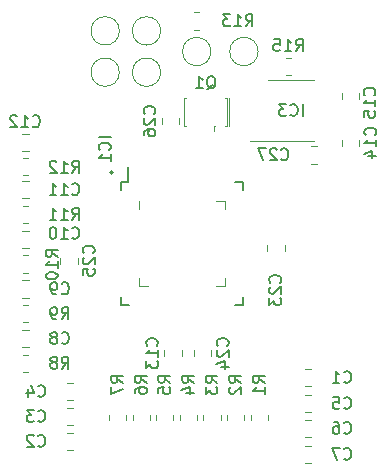
<source format=gbr>
%TF.GenerationSoftware,KiCad,Pcbnew,(6.0.9)*%
%TF.CreationDate,2024-03-13T22:45:16+01:00*%
%TF.ProjectId,HMW-IO-12-FM,484d572d-494f-42d3-9132-2d464d2e6b69,rev?*%
%TF.SameCoordinates,Original*%
%TF.FileFunction,Legend,Bot*%
%TF.FilePolarity,Positive*%
%FSLAX46Y46*%
G04 Gerber Fmt 4.6, Leading zero omitted, Abs format (unit mm)*
G04 Created by KiCad (PCBNEW (6.0.9)) date 2024-03-13 22:45:16*
%MOMM*%
%LPD*%
G01*
G04 APERTURE LIST*
%ADD10C,0.150000*%
%ADD11C,0.120000*%
G04 APERTURE END LIST*
D10*
X143387047Y-66730000D02*
G75*
G03*
X143387047Y-66730000I-117047J0D01*
G01*
%TO.C,C2*%
X137066666Y-89857142D02*
X137114285Y-89904761D01*
X137257142Y-89952380D01*
X137352380Y-89952380D01*
X137495238Y-89904761D01*
X137590476Y-89809523D01*
X137638095Y-89714285D01*
X137685714Y-89523809D01*
X137685714Y-89380952D01*
X137638095Y-89190476D01*
X137590476Y-89095238D01*
X137495238Y-89000000D01*
X137352380Y-88952380D01*
X137257142Y-88952380D01*
X137114285Y-89000000D01*
X137066666Y-89047619D01*
X136685714Y-89047619D02*
X136638095Y-89000000D01*
X136542857Y-88952380D01*
X136304761Y-88952380D01*
X136209523Y-89000000D01*
X136161904Y-89047619D01*
X136114285Y-89142857D01*
X136114285Y-89238095D01*
X136161904Y-89380952D01*
X136733333Y-89952380D01*
X136114285Y-89952380D01*
%TO.C,R4*%
X150252380Y-84533333D02*
X149776190Y-84200000D01*
X150252380Y-83961904D02*
X149252380Y-83961904D01*
X149252380Y-84342857D01*
X149300000Y-84438095D01*
X149347619Y-84485714D01*
X149442857Y-84533333D01*
X149585714Y-84533333D01*
X149680952Y-84485714D01*
X149728571Y-84438095D01*
X149776190Y-84342857D01*
X149776190Y-83961904D01*
X149585714Y-85390476D02*
X150252380Y-85390476D01*
X149204761Y-85152380D02*
X149919047Y-84914285D01*
X149919047Y-85533333D01*
%TO.C,Q1*%
X151345238Y-59697619D02*
X151440476Y-59650000D01*
X151535714Y-59554761D01*
X151678571Y-59411904D01*
X151773809Y-59364285D01*
X151869047Y-59364285D01*
X151821428Y-59602380D02*
X151916666Y-59554761D01*
X152011904Y-59459523D01*
X152059523Y-59269047D01*
X152059523Y-58935714D01*
X152011904Y-58745238D01*
X151916666Y-58650000D01*
X151821428Y-58602380D01*
X151630952Y-58602380D01*
X151535714Y-58650000D01*
X151440476Y-58745238D01*
X151392857Y-58935714D01*
X151392857Y-59269047D01*
X151440476Y-59459523D01*
X151535714Y-59554761D01*
X151630952Y-59602380D01*
X151821428Y-59602380D01*
X150440476Y-59602380D02*
X151011904Y-59602380D01*
X150726190Y-59602380D02*
X150726190Y-58602380D01*
X150821428Y-58745238D01*
X150916666Y-58840476D01*
X151011904Y-58888095D01*
%TO.C,C4*%
X137066666Y-85657142D02*
X137114285Y-85704761D01*
X137257142Y-85752380D01*
X137352380Y-85752380D01*
X137495238Y-85704761D01*
X137590476Y-85609523D01*
X137638095Y-85514285D01*
X137685714Y-85323809D01*
X137685714Y-85180952D01*
X137638095Y-84990476D01*
X137590476Y-84895238D01*
X137495238Y-84800000D01*
X137352380Y-84752380D01*
X137257142Y-84752380D01*
X137114285Y-84800000D01*
X137066666Y-84847619D01*
X136209523Y-85085714D02*
X136209523Y-85752380D01*
X136447619Y-84704761D02*
X136685714Y-85419047D01*
X136066666Y-85419047D01*
%TO.C,C3*%
X137066666Y-87757142D02*
X137114285Y-87804761D01*
X137257142Y-87852380D01*
X137352380Y-87852380D01*
X137495238Y-87804761D01*
X137590476Y-87709523D01*
X137638095Y-87614285D01*
X137685714Y-87423809D01*
X137685714Y-87280952D01*
X137638095Y-87090476D01*
X137590476Y-86995238D01*
X137495238Y-86900000D01*
X137352380Y-86852380D01*
X137257142Y-86852380D01*
X137114285Y-86900000D01*
X137066666Y-86947619D01*
X136733333Y-86852380D02*
X136114285Y-86852380D01*
X136447619Y-87233333D01*
X136304761Y-87233333D01*
X136209523Y-87280952D01*
X136161904Y-87328571D01*
X136114285Y-87423809D01*
X136114285Y-87661904D01*
X136161904Y-87757142D01*
X136209523Y-87804761D01*
X136304761Y-87852380D01*
X136590476Y-87852380D01*
X136685714Y-87804761D01*
X136733333Y-87757142D01*
%TO.C,R12*%
X139942857Y-66752380D02*
X140276190Y-66276190D01*
X140514285Y-66752380D02*
X140514285Y-65752380D01*
X140133333Y-65752380D01*
X140038095Y-65800000D01*
X139990476Y-65847619D01*
X139942857Y-65942857D01*
X139942857Y-66085714D01*
X139990476Y-66180952D01*
X140038095Y-66228571D01*
X140133333Y-66276190D01*
X140514285Y-66276190D01*
X138990476Y-66752380D02*
X139561904Y-66752380D01*
X139276190Y-66752380D02*
X139276190Y-65752380D01*
X139371428Y-65895238D01*
X139466666Y-65990476D01*
X139561904Y-66038095D01*
X138609523Y-65847619D02*
X138561904Y-65800000D01*
X138466666Y-65752380D01*
X138228571Y-65752380D01*
X138133333Y-65800000D01*
X138085714Y-65847619D01*
X138038095Y-65942857D01*
X138038095Y-66038095D01*
X138085714Y-66180952D01*
X138657142Y-66752380D01*
X138038095Y-66752380D01*
%TO.C,C1*%
X162966666Y-84457142D02*
X163014285Y-84504761D01*
X163157142Y-84552380D01*
X163252380Y-84552380D01*
X163395238Y-84504761D01*
X163490476Y-84409523D01*
X163538095Y-84314285D01*
X163585714Y-84123809D01*
X163585714Y-83980952D01*
X163538095Y-83790476D01*
X163490476Y-83695238D01*
X163395238Y-83600000D01*
X163252380Y-83552380D01*
X163157142Y-83552380D01*
X163014285Y-83600000D01*
X162966666Y-83647619D01*
X162014285Y-84552380D02*
X162585714Y-84552380D01*
X162300000Y-84552380D02*
X162300000Y-83552380D01*
X162395238Y-83695238D01*
X162490476Y-83790476D01*
X162585714Y-83838095D01*
%TO.C,C23*%
X157557142Y-76057142D02*
X157604761Y-76009523D01*
X157652380Y-75866666D01*
X157652380Y-75771428D01*
X157604761Y-75628571D01*
X157509523Y-75533333D01*
X157414285Y-75485714D01*
X157223809Y-75438095D01*
X157080952Y-75438095D01*
X156890476Y-75485714D01*
X156795238Y-75533333D01*
X156700000Y-75628571D01*
X156652380Y-75771428D01*
X156652380Y-75866666D01*
X156700000Y-76009523D01*
X156747619Y-76057142D01*
X156747619Y-76438095D02*
X156700000Y-76485714D01*
X156652380Y-76580952D01*
X156652380Y-76819047D01*
X156700000Y-76914285D01*
X156747619Y-76961904D01*
X156842857Y-77009523D01*
X156938095Y-77009523D01*
X157080952Y-76961904D01*
X157652380Y-76390476D01*
X157652380Y-77009523D01*
X156652380Y-77342857D02*
X156652380Y-77961904D01*
X157033333Y-77628571D01*
X157033333Y-77771428D01*
X157080952Y-77866666D01*
X157128571Y-77914285D01*
X157223809Y-77961904D01*
X157461904Y-77961904D01*
X157557142Y-77914285D01*
X157604761Y-77866666D01*
X157652380Y-77771428D01*
X157652380Y-77485714D01*
X157604761Y-77390476D01*
X157557142Y-77342857D01*
%TO.C,C9*%
X139066666Y-76957142D02*
X139114285Y-77004761D01*
X139257142Y-77052380D01*
X139352380Y-77052380D01*
X139495238Y-77004761D01*
X139590476Y-76909523D01*
X139638095Y-76814285D01*
X139685714Y-76623809D01*
X139685714Y-76480952D01*
X139638095Y-76290476D01*
X139590476Y-76195238D01*
X139495238Y-76100000D01*
X139352380Y-76052380D01*
X139257142Y-76052380D01*
X139114285Y-76100000D01*
X139066666Y-76147619D01*
X138590476Y-77052380D02*
X138400000Y-77052380D01*
X138304761Y-77004761D01*
X138257142Y-76957142D01*
X138161904Y-76814285D01*
X138114285Y-76623809D01*
X138114285Y-76242857D01*
X138161904Y-76147619D01*
X138209523Y-76100000D01*
X138304761Y-76052380D01*
X138495238Y-76052380D01*
X138590476Y-76100000D01*
X138638095Y-76147619D01*
X138685714Y-76242857D01*
X138685714Y-76480952D01*
X138638095Y-76576190D01*
X138590476Y-76623809D01*
X138495238Y-76671428D01*
X138304761Y-76671428D01*
X138209523Y-76623809D01*
X138161904Y-76576190D01*
X138114285Y-76480952D01*
%TO.C,IC1*%
X143202380Y-63773809D02*
X142202380Y-63773809D01*
X143107142Y-64821428D02*
X143154761Y-64773809D01*
X143202380Y-64630952D01*
X143202380Y-64535714D01*
X143154761Y-64392857D01*
X143059523Y-64297619D01*
X142964285Y-64250000D01*
X142773809Y-64202380D01*
X142630952Y-64202380D01*
X142440476Y-64250000D01*
X142345238Y-64297619D01*
X142250000Y-64392857D01*
X142202380Y-64535714D01*
X142202380Y-64630952D01*
X142250000Y-64773809D01*
X142297619Y-64821428D01*
X143202380Y-65773809D02*
X143202380Y-65202380D01*
X143202380Y-65488095D02*
X142202380Y-65488095D01*
X142345238Y-65392857D01*
X142440476Y-65297619D01*
X142488095Y-65202380D01*
%TO.C,C27*%
X157642857Y-65607142D02*
X157690476Y-65654761D01*
X157833333Y-65702380D01*
X157928571Y-65702380D01*
X158071428Y-65654761D01*
X158166666Y-65559523D01*
X158214285Y-65464285D01*
X158261904Y-65273809D01*
X158261904Y-65130952D01*
X158214285Y-64940476D01*
X158166666Y-64845238D01*
X158071428Y-64750000D01*
X157928571Y-64702380D01*
X157833333Y-64702380D01*
X157690476Y-64750000D01*
X157642857Y-64797619D01*
X157261904Y-64797619D02*
X157214285Y-64750000D01*
X157119047Y-64702380D01*
X156880952Y-64702380D01*
X156785714Y-64750000D01*
X156738095Y-64797619D01*
X156690476Y-64892857D01*
X156690476Y-64988095D01*
X156738095Y-65130952D01*
X157309523Y-65702380D01*
X156690476Y-65702380D01*
X156357142Y-64702380D02*
X155690476Y-64702380D01*
X156119047Y-65702380D01*
%TO.C,R5*%
X148252380Y-84533333D02*
X147776190Y-84200000D01*
X148252380Y-83961904D02*
X147252380Y-83961904D01*
X147252380Y-84342857D01*
X147300000Y-84438095D01*
X147347619Y-84485714D01*
X147442857Y-84533333D01*
X147585714Y-84533333D01*
X147680952Y-84485714D01*
X147728571Y-84438095D01*
X147776190Y-84342857D01*
X147776190Y-83961904D01*
X147252380Y-85438095D02*
X147252380Y-84961904D01*
X147728571Y-84914285D01*
X147680952Y-84961904D01*
X147633333Y-85057142D01*
X147633333Y-85295238D01*
X147680952Y-85390476D01*
X147728571Y-85438095D01*
X147823809Y-85485714D01*
X148061904Y-85485714D01*
X148157142Y-85438095D01*
X148204761Y-85390476D01*
X148252380Y-85295238D01*
X148252380Y-85057142D01*
X148204761Y-84961904D01*
X148157142Y-84914285D01*
%TO.C,C13*%
X147107142Y-81394642D02*
X147154761Y-81347023D01*
X147202380Y-81204166D01*
X147202380Y-81108928D01*
X147154761Y-80966071D01*
X147059523Y-80870833D01*
X146964285Y-80823214D01*
X146773809Y-80775595D01*
X146630952Y-80775595D01*
X146440476Y-80823214D01*
X146345238Y-80870833D01*
X146250000Y-80966071D01*
X146202380Y-81108928D01*
X146202380Y-81204166D01*
X146250000Y-81347023D01*
X146297619Y-81394642D01*
X147202380Y-82347023D02*
X147202380Y-81775595D01*
X147202380Y-82061309D02*
X146202380Y-82061309D01*
X146345238Y-81966071D01*
X146440476Y-81870833D01*
X146488095Y-81775595D01*
X146202380Y-82680357D02*
X146202380Y-83299404D01*
X146583333Y-82966071D01*
X146583333Y-83108928D01*
X146630952Y-83204166D01*
X146678571Y-83251785D01*
X146773809Y-83299404D01*
X147011904Y-83299404D01*
X147107142Y-83251785D01*
X147154761Y-83204166D01*
X147202380Y-83108928D01*
X147202380Y-82823214D01*
X147154761Y-82727976D01*
X147107142Y-82680357D01*
%TO.C,C11*%
X139942857Y-68557142D02*
X139990476Y-68604761D01*
X140133333Y-68652380D01*
X140228571Y-68652380D01*
X140371428Y-68604761D01*
X140466666Y-68509523D01*
X140514285Y-68414285D01*
X140561904Y-68223809D01*
X140561904Y-68080952D01*
X140514285Y-67890476D01*
X140466666Y-67795238D01*
X140371428Y-67700000D01*
X140228571Y-67652380D01*
X140133333Y-67652380D01*
X139990476Y-67700000D01*
X139942857Y-67747619D01*
X138990476Y-68652380D02*
X139561904Y-68652380D01*
X139276190Y-68652380D02*
X139276190Y-67652380D01*
X139371428Y-67795238D01*
X139466666Y-67890476D01*
X139561904Y-67938095D01*
X138038095Y-68652380D02*
X138609523Y-68652380D01*
X138323809Y-68652380D02*
X138323809Y-67652380D01*
X138419047Y-67795238D01*
X138514285Y-67890476D01*
X138609523Y-67938095D01*
%TO.C,C12*%
X136605357Y-62807142D02*
X136652976Y-62854761D01*
X136795833Y-62902380D01*
X136891071Y-62902380D01*
X137033928Y-62854761D01*
X137129166Y-62759523D01*
X137176785Y-62664285D01*
X137224404Y-62473809D01*
X137224404Y-62330952D01*
X137176785Y-62140476D01*
X137129166Y-62045238D01*
X137033928Y-61950000D01*
X136891071Y-61902380D01*
X136795833Y-61902380D01*
X136652976Y-61950000D01*
X136605357Y-61997619D01*
X135652976Y-62902380D02*
X136224404Y-62902380D01*
X135938690Y-62902380D02*
X135938690Y-61902380D01*
X136033928Y-62045238D01*
X136129166Y-62140476D01*
X136224404Y-62188095D01*
X135272023Y-61997619D02*
X135224404Y-61950000D01*
X135129166Y-61902380D01*
X134891071Y-61902380D01*
X134795833Y-61950000D01*
X134748214Y-61997619D01*
X134700595Y-62092857D01*
X134700595Y-62188095D01*
X134748214Y-62330952D01*
X135319642Y-62902380D01*
X134700595Y-62902380D01*
%TO.C,C8*%
X139066666Y-81157142D02*
X139114285Y-81204761D01*
X139257142Y-81252380D01*
X139352380Y-81252380D01*
X139495238Y-81204761D01*
X139590476Y-81109523D01*
X139638095Y-81014285D01*
X139685714Y-80823809D01*
X139685714Y-80680952D01*
X139638095Y-80490476D01*
X139590476Y-80395238D01*
X139495238Y-80300000D01*
X139352380Y-80252380D01*
X139257142Y-80252380D01*
X139114285Y-80300000D01*
X139066666Y-80347619D01*
X138495238Y-80680952D02*
X138590476Y-80633333D01*
X138638095Y-80585714D01*
X138685714Y-80490476D01*
X138685714Y-80442857D01*
X138638095Y-80347619D01*
X138590476Y-80300000D01*
X138495238Y-80252380D01*
X138304761Y-80252380D01*
X138209523Y-80300000D01*
X138161904Y-80347619D01*
X138114285Y-80442857D01*
X138114285Y-80490476D01*
X138161904Y-80585714D01*
X138209523Y-80633333D01*
X138304761Y-80680952D01*
X138495238Y-80680952D01*
X138590476Y-80728571D01*
X138638095Y-80776190D01*
X138685714Y-80871428D01*
X138685714Y-81061904D01*
X138638095Y-81157142D01*
X138590476Y-81204761D01*
X138495238Y-81252380D01*
X138304761Y-81252380D01*
X138209523Y-81204761D01*
X138161904Y-81157142D01*
X138114285Y-81061904D01*
X138114285Y-80871428D01*
X138161904Y-80776190D01*
X138209523Y-80728571D01*
X138304761Y-80680952D01*
%TO.C,R8*%
X139066666Y-83352380D02*
X139400000Y-82876190D01*
X139638095Y-83352380D02*
X139638095Y-82352380D01*
X139257142Y-82352380D01*
X139161904Y-82400000D01*
X139114285Y-82447619D01*
X139066666Y-82542857D01*
X139066666Y-82685714D01*
X139114285Y-82780952D01*
X139161904Y-82828571D01*
X139257142Y-82876190D01*
X139638095Y-82876190D01*
X138495238Y-82780952D02*
X138590476Y-82733333D01*
X138638095Y-82685714D01*
X138685714Y-82590476D01*
X138685714Y-82542857D01*
X138638095Y-82447619D01*
X138590476Y-82400000D01*
X138495238Y-82352380D01*
X138304761Y-82352380D01*
X138209523Y-82400000D01*
X138161904Y-82447619D01*
X138114285Y-82542857D01*
X138114285Y-82590476D01*
X138161904Y-82685714D01*
X138209523Y-82733333D01*
X138304761Y-82780952D01*
X138495238Y-82780952D01*
X138590476Y-82828571D01*
X138638095Y-82876190D01*
X138685714Y-82971428D01*
X138685714Y-83161904D01*
X138638095Y-83257142D01*
X138590476Y-83304761D01*
X138495238Y-83352380D01*
X138304761Y-83352380D01*
X138209523Y-83304761D01*
X138161904Y-83257142D01*
X138114285Y-83161904D01*
X138114285Y-82971428D01*
X138161904Y-82876190D01*
X138209523Y-82828571D01*
X138304761Y-82780952D01*
%TO.C,R13*%
X154642857Y-54352380D02*
X154976190Y-53876190D01*
X155214285Y-54352380D02*
X155214285Y-53352380D01*
X154833333Y-53352380D01*
X154738095Y-53400000D01*
X154690476Y-53447619D01*
X154642857Y-53542857D01*
X154642857Y-53685714D01*
X154690476Y-53780952D01*
X154738095Y-53828571D01*
X154833333Y-53876190D01*
X155214285Y-53876190D01*
X153690476Y-54352380D02*
X154261904Y-54352380D01*
X153976190Y-54352380D02*
X153976190Y-53352380D01*
X154071428Y-53495238D01*
X154166666Y-53590476D01*
X154261904Y-53638095D01*
X153357142Y-53352380D02*
X152738095Y-53352380D01*
X153071428Y-53733333D01*
X152928571Y-53733333D01*
X152833333Y-53780952D01*
X152785714Y-53828571D01*
X152738095Y-53923809D01*
X152738095Y-54161904D01*
X152785714Y-54257142D01*
X152833333Y-54304761D01*
X152928571Y-54352380D01*
X153214285Y-54352380D01*
X153309523Y-54304761D01*
X153357142Y-54257142D01*
%TO.C,C7*%
X162966666Y-90957142D02*
X163014285Y-91004761D01*
X163157142Y-91052380D01*
X163252380Y-91052380D01*
X163395238Y-91004761D01*
X163490476Y-90909523D01*
X163538095Y-90814285D01*
X163585714Y-90623809D01*
X163585714Y-90480952D01*
X163538095Y-90290476D01*
X163490476Y-90195238D01*
X163395238Y-90100000D01*
X163252380Y-90052380D01*
X163157142Y-90052380D01*
X163014285Y-90100000D01*
X162966666Y-90147619D01*
X162633333Y-90052380D02*
X161966666Y-90052380D01*
X162395238Y-91052380D01*
%TO.C,C25*%
X141757142Y-73557142D02*
X141804761Y-73509523D01*
X141852380Y-73366666D01*
X141852380Y-73271428D01*
X141804761Y-73128571D01*
X141709523Y-73033333D01*
X141614285Y-72985714D01*
X141423809Y-72938095D01*
X141280952Y-72938095D01*
X141090476Y-72985714D01*
X140995238Y-73033333D01*
X140900000Y-73128571D01*
X140852380Y-73271428D01*
X140852380Y-73366666D01*
X140900000Y-73509523D01*
X140947619Y-73557142D01*
X140947619Y-73938095D02*
X140900000Y-73985714D01*
X140852380Y-74080952D01*
X140852380Y-74319047D01*
X140900000Y-74414285D01*
X140947619Y-74461904D01*
X141042857Y-74509523D01*
X141138095Y-74509523D01*
X141280952Y-74461904D01*
X141852380Y-73890476D01*
X141852380Y-74509523D01*
X140852380Y-75414285D02*
X140852380Y-74938095D01*
X141328571Y-74890476D01*
X141280952Y-74938095D01*
X141233333Y-75033333D01*
X141233333Y-75271428D01*
X141280952Y-75366666D01*
X141328571Y-75414285D01*
X141423809Y-75461904D01*
X141661904Y-75461904D01*
X141757142Y-75414285D01*
X141804761Y-75366666D01*
X141852380Y-75271428D01*
X141852380Y-75033333D01*
X141804761Y-74938095D01*
X141757142Y-74890476D01*
%TO.C,C10*%
X139942857Y-72257142D02*
X139990476Y-72304761D01*
X140133333Y-72352380D01*
X140228571Y-72352380D01*
X140371428Y-72304761D01*
X140466666Y-72209523D01*
X140514285Y-72114285D01*
X140561904Y-71923809D01*
X140561904Y-71780952D01*
X140514285Y-71590476D01*
X140466666Y-71495238D01*
X140371428Y-71400000D01*
X140228571Y-71352380D01*
X140133333Y-71352380D01*
X139990476Y-71400000D01*
X139942857Y-71447619D01*
X138990476Y-72352380D02*
X139561904Y-72352380D01*
X139276190Y-72352380D02*
X139276190Y-71352380D01*
X139371428Y-71495238D01*
X139466666Y-71590476D01*
X139561904Y-71638095D01*
X138371428Y-71352380D02*
X138276190Y-71352380D01*
X138180952Y-71400000D01*
X138133333Y-71447619D01*
X138085714Y-71542857D01*
X138038095Y-71733333D01*
X138038095Y-71971428D01*
X138085714Y-72161904D01*
X138133333Y-72257142D01*
X138180952Y-72304761D01*
X138276190Y-72352380D01*
X138371428Y-72352380D01*
X138466666Y-72304761D01*
X138514285Y-72257142D01*
X138561904Y-72161904D01*
X138609523Y-71971428D01*
X138609523Y-71733333D01*
X138561904Y-71542857D01*
X138514285Y-71447619D01*
X138466666Y-71400000D01*
X138371428Y-71352380D01*
%TO.C,C15*%
X165537142Y-60189642D02*
X165584761Y-60142023D01*
X165632380Y-59999166D01*
X165632380Y-59903928D01*
X165584761Y-59761071D01*
X165489523Y-59665833D01*
X165394285Y-59618214D01*
X165203809Y-59570595D01*
X165060952Y-59570595D01*
X164870476Y-59618214D01*
X164775238Y-59665833D01*
X164680000Y-59761071D01*
X164632380Y-59903928D01*
X164632380Y-59999166D01*
X164680000Y-60142023D01*
X164727619Y-60189642D01*
X165632380Y-61142023D02*
X165632380Y-60570595D01*
X165632380Y-60856309D02*
X164632380Y-60856309D01*
X164775238Y-60761071D01*
X164870476Y-60665833D01*
X164918095Y-60570595D01*
X164632380Y-62046785D02*
X164632380Y-61570595D01*
X165108571Y-61522976D01*
X165060952Y-61570595D01*
X165013333Y-61665833D01*
X165013333Y-61903928D01*
X165060952Y-61999166D01*
X165108571Y-62046785D01*
X165203809Y-62094404D01*
X165441904Y-62094404D01*
X165537142Y-62046785D01*
X165584761Y-61999166D01*
X165632380Y-61903928D01*
X165632380Y-61665833D01*
X165584761Y-61570595D01*
X165537142Y-61522976D01*
%TO.C,C26*%
X146907142Y-61757142D02*
X146954761Y-61709523D01*
X147002380Y-61566666D01*
X147002380Y-61471428D01*
X146954761Y-61328571D01*
X146859523Y-61233333D01*
X146764285Y-61185714D01*
X146573809Y-61138095D01*
X146430952Y-61138095D01*
X146240476Y-61185714D01*
X146145238Y-61233333D01*
X146050000Y-61328571D01*
X146002380Y-61471428D01*
X146002380Y-61566666D01*
X146050000Y-61709523D01*
X146097619Y-61757142D01*
X146097619Y-62138095D02*
X146050000Y-62185714D01*
X146002380Y-62280952D01*
X146002380Y-62519047D01*
X146050000Y-62614285D01*
X146097619Y-62661904D01*
X146192857Y-62709523D01*
X146288095Y-62709523D01*
X146430952Y-62661904D01*
X147002380Y-62090476D01*
X147002380Y-62709523D01*
X146002380Y-63566666D02*
X146002380Y-63376190D01*
X146050000Y-63280952D01*
X146097619Y-63233333D01*
X146240476Y-63138095D01*
X146430952Y-63090476D01*
X146811904Y-63090476D01*
X146907142Y-63138095D01*
X146954761Y-63185714D01*
X147002380Y-63280952D01*
X147002380Y-63471428D01*
X146954761Y-63566666D01*
X146907142Y-63614285D01*
X146811904Y-63661904D01*
X146573809Y-63661904D01*
X146478571Y-63614285D01*
X146430952Y-63566666D01*
X146383333Y-63471428D01*
X146383333Y-63280952D01*
X146430952Y-63185714D01*
X146478571Y-63138095D01*
X146573809Y-63090476D01*
%TO.C,R10*%
X138722380Y-73867142D02*
X138246190Y-73533809D01*
X138722380Y-73295714D02*
X137722380Y-73295714D01*
X137722380Y-73676666D01*
X137770000Y-73771904D01*
X137817619Y-73819523D01*
X137912857Y-73867142D01*
X138055714Y-73867142D01*
X138150952Y-73819523D01*
X138198571Y-73771904D01*
X138246190Y-73676666D01*
X138246190Y-73295714D01*
X138722380Y-74819523D02*
X138722380Y-74248095D01*
X138722380Y-74533809D02*
X137722380Y-74533809D01*
X137865238Y-74438571D01*
X137960476Y-74343333D01*
X138008095Y-74248095D01*
X137722380Y-75438571D02*
X137722380Y-75533809D01*
X137770000Y-75629047D01*
X137817619Y-75676666D01*
X137912857Y-75724285D01*
X138103333Y-75771904D01*
X138341428Y-75771904D01*
X138531904Y-75724285D01*
X138627142Y-75676666D01*
X138674761Y-75629047D01*
X138722380Y-75533809D01*
X138722380Y-75438571D01*
X138674761Y-75343333D01*
X138627142Y-75295714D01*
X138531904Y-75248095D01*
X138341428Y-75200476D01*
X138103333Y-75200476D01*
X137912857Y-75248095D01*
X137817619Y-75295714D01*
X137770000Y-75343333D01*
X137722380Y-75438571D01*
%TO.C,C14*%
X165607142Y-63567142D02*
X165654761Y-63519523D01*
X165702380Y-63376666D01*
X165702380Y-63281428D01*
X165654761Y-63138571D01*
X165559523Y-63043333D01*
X165464285Y-62995714D01*
X165273809Y-62948095D01*
X165130952Y-62948095D01*
X164940476Y-62995714D01*
X164845238Y-63043333D01*
X164750000Y-63138571D01*
X164702380Y-63281428D01*
X164702380Y-63376666D01*
X164750000Y-63519523D01*
X164797619Y-63567142D01*
X165702380Y-64519523D02*
X165702380Y-63948095D01*
X165702380Y-64233809D02*
X164702380Y-64233809D01*
X164845238Y-64138571D01*
X164940476Y-64043333D01*
X164988095Y-63948095D01*
X165035714Y-65376666D02*
X165702380Y-65376666D01*
X164654761Y-65138571D02*
X165369047Y-64900476D01*
X165369047Y-65519523D01*
%TO.C,R15*%
X158892857Y-56452380D02*
X159226190Y-55976190D01*
X159464285Y-56452380D02*
X159464285Y-55452380D01*
X159083333Y-55452380D01*
X158988095Y-55500000D01*
X158940476Y-55547619D01*
X158892857Y-55642857D01*
X158892857Y-55785714D01*
X158940476Y-55880952D01*
X158988095Y-55928571D01*
X159083333Y-55976190D01*
X159464285Y-55976190D01*
X157940476Y-56452380D02*
X158511904Y-56452380D01*
X158226190Y-56452380D02*
X158226190Y-55452380D01*
X158321428Y-55595238D01*
X158416666Y-55690476D01*
X158511904Y-55738095D01*
X157035714Y-55452380D02*
X157511904Y-55452380D01*
X157559523Y-55928571D01*
X157511904Y-55880952D01*
X157416666Y-55833333D01*
X157178571Y-55833333D01*
X157083333Y-55880952D01*
X157035714Y-55928571D01*
X156988095Y-56023809D01*
X156988095Y-56261904D01*
X157035714Y-56357142D01*
X157083333Y-56404761D01*
X157178571Y-56452380D01*
X157416666Y-56452380D01*
X157511904Y-56404761D01*
X157559523Y-56357142D01*
%TO.C,R1*%
X156252380Y-84533333D02*
X155776190Y-84200000D01*
X156252380Y-83961904D02*
X155252380Y-83961904D01*
X155252380Y-84342857D01*
X155300000Y-84438095D01*
X155347619Y-84485714D01*
X155442857Y-84533333D01*
X155585714Y-84533333D01*
X155680952Y-84485714D01*
X155728571Y-84438095D01*
X155776190Y-84342857D01*
X155776190Y-83961904D01*
X156252380Y-85485714D02*
X156252380Y-84914285D01*
X156252380Y-85200000D02*
X155252380Y-85200000D01*
X155395238Y-85104761D01*
X155490476Y-85009523D01*
X155538095Y-84914285D01*
%TO.C,R3*%
X152252380Y-84533333D02*
X151776190Y-84200000D01*
X152252380Y-83961904D02*
X151252380Y-83961904D01*
X151252380Y-84342857D01*
X151300000Y-84438095D01*
X151347619Y-84485714D01*
X151442857Y-84533333D01*
X151585714Y-84533333D01*
X151680952Y-84485714D01*
X151728571Y-84438095D01*
X151776190Y-84342857D01*
X151776190Y-83961904D01*
X151252380Y-84866666D02*
X151252380Y-85485714D01*
X151633333Y-85152380D01*
X151633333Y-85295238D01*
X151680952Y-85390476D01*
X151728571Y-85438095D01*
X151823809Y-85485714D01*
X152061904Y-85485714D01*
X152157142Y-85438095D01*
X152204761Y-85390476D01*
X152252380Y-85295238D01*
X152252380Y-85009523D01*
X152204761Y-84914285D01*
X152157142Y-84866666D01*
%TO.C,C5*%
X162966666Y-86657142D02*
X163014285Y-86704761D01*
X163157142Y-86752380D01*
X163252380Y-86752380D01*
X163395238Y-86704761D01*
X163490476Y-86609523D01*
X163538095Y-86514285D01*
X163585714Y-86323809D01*
X163585714Y-86180952D01*
X163538095Y-85990476D01*
X163490476Y-85895238D01*
X163395238Y-85800000D01*
X163252380Y-85752380D01*
X163157142Y-85752380D01*
X163014285Y-85800000D01*
X162966666Y-85847619D01*
X162061904Y-85752380D02*
X162538095Y-85752380D01*
X162585714Y-86228571D01*
X162538095Y-86180952D01*
X162442857Y-86133333D01*
X162204761Y-86133333D01*
X162109523Y-86180952D01*
X162061904Y-86228571D01*
X162014285Y-86323809D01*
X162014285Y-86561904D01*
X162061904Y-86657142D01*
X162109523Y-86704761D01*
X162204761Y-86752380D01*
X162442857Y-86752380D01*
X162538095Y-86704761D01*
X162585714Y-86657142D01*
%TO.C,IC3*%
X159476190Y-61952380D02*
X159476190Y-60952380D01*
X158428571Y-61857142D02*
X158476190Y-61904761D01*
X158619047Y-61952380D01*
X158714285Y-61952380D01*
X158857142Y-61904761D01*
X158952380Y-61809523D01*
X159000000Y-61714285D01*
X159047619Y-61523809D01*
X159047619Y-61380952D01*
X159000000Y-61190476D01*
X158952380Y-61095238D01*
X158857142Y-61000000D01*
X158714285Y-60952380D01*
X158619047Y-60952380D01*
X158476190Y-61000000D01*
X158428571Y-61047619D01*
X158095238Y-60952380D02*
X157476190Y-60952380D01*
X157809523Y-61333333D01*
X157666666Y-61333333D01*
X157571428Y-61380952D01*
X157523809Y-61428571D01*
X157476190Y-61523809D01*
X157476190Y-61761904D01*
X157523809Y-61857142D01*
X157571428Y-61904761D01*
X157666666Y-61952380D01*
X157952380Y-61952380D01*
X158047619Y-61904761D01*
X158095238Y-61857142D01*
%TO.C,R7*%
X144252380Y-84533333D02*
X143776190Y-84200000D01*
X144252380Y-83961904D02*
X143252380Y-83961904D01*
X143252380Y-84342857D01*
X143300000Y-84438095D01*
X143347619Y-84485714D01*
X143442857Y-84533333D01*
X143585714Y-84533333D01*
X143680952Y-84485714D01*
X143728571Y-84438095D01*
X143776190Y-84342857D01*
X143776190Y-83961904D01*
X143252380Y-84866666D02*
X143252380Y-85533333D01*
X144252380Y-85104761D01*
%TO.C,C24*%
X153107142Y-81394642D02*
X153154761Y-81347023D01*
X153202380Y-81204166D01*
X153202380Y-81108928D01*
X153154761Y-80966071D01*
X153059523Y-80870833D01*
X152964285Y-80823214D01*
X152773809Y-80775595D01*
X152630952Y-80775595D01*
X152440476Y-80823214D01*
X152345238Y-80870833D01*
X152250000Y-80966071D01*
X152202380Y-81108928D01*
X152202380Y-81204166D01*
X152250000Y-81347023D01*
X152297619Y-81394642D01*
X152297619Y-81775595D02*
X152250000Y-81823214D01*
X152202380Y-81918452D01*
X152202380Y-82156547D01*
X152250000Y-82251785D01*
X152297619Y-82299404D01*
X152392857Y-82347023D01*
X152488095Y-82347023D01*
X152630952Y-82299404D01*
X153202380Y-81727976D01*
X153202380Y-82347023D01*
X152535714Y-83204166D02*
X153202380Y-83204166D01*
X152154761Y-82966071D02*
X152869047Y-82727976D01*
X152869047Y-83347023D01*
%TO.C,R11*%
X139942857Y-70752380D02*
X140276190Y-70276190D01*
X140514285Y-70752380D02*
X140514285Y-69752380D01*
X140133333Y-69752380D01*
X140038095Y-69800000D01*
X139990476Y-69847619D01*
X139942857Y-69942857D01*
X139942857Y-70085714D01*
X139990476Y-70180952D01*
X140038095Y-70228571D01*
X140133333Y-70276190D01*
X140514285Y-70276190D01*
X138990476Y-70752380D02*
X139561904Y-70752380D01*
X139276190Y-70752380D02*
X139276190Y-69752380D01*
X139371428Y-69895238D01*
X139466666Y-69990476D01*
X139561904Y-70038095D01*
X138038095Y-70752380D02*
X138609523Y-70752380D01*
X138323809Y-70752380D02*
X138323809Y-69752380D01*
X138419047Y-69895238D01*
X138514285Y-69990476D01*
X138609523Y-70038095D01*
%TO.C,R9*%
X139066666Y-79152380D02*
X139400000Y-78676190D01*
X139638095Y-79152380D02*
X139638095Y-78152380D01*
X139257142Y-78152380D01*
X139161904Y-78200000D01*
X139114285Y-78247619D01*
X139066666Y-78342857D01*
X139066666Y-78485714D01*
X139114285Y-78580952D01*
X139161904Y-78628571D01*
X139257142Y-78676190D01*
X139638095Y-78676190D01*
X138590476Y-79152380D02*
X138400000Y-79152380D01*
X138304761Y-79104761D01*
X138257142Y-79057142D01*
X138161904Y-78914285D01*
X138114285Y-78723809D01*
X138114285Y-78342857D01*
X138161904Y-78247619D01*
X138209523Y-78200000D01*
X138304761Y-78152380D01*
X138495238Y-78152380D01*
X138590476Y-78200000D01*
X138638095Y-78247619D01*
X138685714Y-78342857D01*
X138685714Y-78580952D01*
X138638095Y-78676190D01*
X138590476Y-78723809D01*
X138495238Y-78771428D01*
X138304761Y-78771428D01*
X138209523Y-78723809D01*
X138161904Y-78676190D01*
X138114285Y-78580952D01*
%TO.C,R2*%
X154252380Y-84533333D02*
X153776190Y-84200000D01*
X154252380Y-83961904D02*
X153252380Y-83961904D01*
X153252380Y-84342857D01*
X153300000Y-84438095D01*
X153347619Y-84485714D01*
X153442857Y-84533333D01*
X153585714Y-84533333D01*
X153680952Y-84485714D01*
X153728571Y-84438095D01*
X153776190Y-84342857D01*
X153776190Y-83961904D01*
X153347619Y-84914285D02*
X153300000Y-84961904D01*
X153252380Y-85057142D01*
X153252380Y-85295238D01*
X153300000Y-85390476D01*
X153347619Y-85438095D01*
X153442857Y-85485714D01*
X153538095Y-85485714D01*
X153680952Y-85438095D01*
X154252380Y-84866666D01*
X154252380Y-85485714D01*
%TO.C,C6*%
X162966666Y-88757142D02*
X163014285Y-88804761D01*
X163157142Y-88852380D01*
X163252380Y-88852380D01*
X163395238Y-88804761D01*
X163490476Y-88709523D01*
X163538095Y-88614285D01*
X163585714Y-88423809D01*
X163585714Y-88280952D01*
X163538095Y-88090476D01*
X163490476Y-87995238D01*
X163395238Y-87900000D01*
X163252380Y-87852380D01*
X163157142Y-87852380D01*
X163014285Y-87900000D01*
X162966666Y-87947619D01*
X162109523Y-87852380D02*
X162300000Y-87852380D01*
X162395238Y-87900000D01*
X162442857Y-87947619D01*
X162538095Y-88090476D01*
X162585714Y-88280952D01*
X162585714Y-88661904D01*
X162538095Y-88757142D01*
X162490476Y-88804761D01*
X162395238Y-88852380D01*
X162204761Y-88852380D01*
X162109523Y-88804761D01*
X162061904Y-88757142D01*
X162014285Y-88661904D01*
X162014285Y-88423809D01*
X162061904Y-88328571D01*
X162109523Y-88280952D01*
X162204761Y-88233333D01*
X162395238Y-88233333D01*
X162490476Y-88280952D01*
X162538095Y-88328571D01*
X162585714Y-88423809D01*
%TO.C,R6*%
X146252380Y-84533333D02*
X145776190Y-84200000D01*
X146252380Y-83961904D02*
X145252380Y-83961904D01*
X145252380Y-84342857D01*
X145300000Y-84438095D01*
X145347619Y-84485714D01*
X145442857Y-84533333D01*
X145585714Y-84533333D01*
X145680952Y-84485714D01*
X145728571Y-84438095D01*
X145776190Y-84342857D01*
X145776190Y-83961904D01*
X145252380Y-85390476D02*
X145252380Y-85200000D01*
X145300000Y-85104761D01*
X145347619Y-85057142D01*
X145490476Y-84961904D01*
X145680952Y-84914285D01*
X146061904Y-84914285D01*
X146157142Y-84961904D01*
X146204761Y-85009523D01*
X146252380Y-85104761D01*
X146252380Y-85295238D01*
X146204761Y-85390476D01*
X146157142Y-85438095D01*
X146061904Y-85485714D01*
X145823809Y-85485714D01*
X145728571Y-85438095D01*
X145680952Y-85390476D01*
X145633333Y-85295238D01*
X145633333Y-85104761D01*
X145680952Y-85009523D01*
X145728571Y-84961904D01*
X145823809Y-84914285D01*
D11*
%TO.C,C2*%
X139538748Y-90235000D02*
X140061252Y-90235000D01*
X139538748Y-88765000D02*
X140061252Y-88765000D01*
%TO.C,R4*%
X149065000Y-87727064D02*
X149065000Y-87272936D01*
X150535000Y-87727064D02*
X150535000Y-87272936D01*
%TO.C,Q1*%
X149450000Y-60400000D02*
X149600000Y-60400000D01*
X153250000Y-62400000D02*
X153250000Y-62800000D01*
X152000000Y-62800000D02*
X152000000Y-63200000D01*
X149450000Y-62800000D02*
X149600000Y-62800000D01*
X153050000Y-62400000D02*
X153050000Y-60400000D01*
X149450000Y-60400000D02*
X149450000Y-62400000D01*
X153250000Y-60400000D02*
X153250000Y-62400000D01*
X153050000Y-60400000D02*
X152900000Y-60400000D01*
X152000000Y-62800000D02*
X152050000Y-62800000D01*
X153050000Y-62800000D02*
X152900000Y-62800000D01*
X149450000Y-62400000D02*
X149450000Y-62800000D01*
X153050000Y-62400000D02*
X153050000Y-62800000D01*
%TO.C,C4*%
X139538748Y-86035000D02*
X140061252Y-86035000D01*
X139538748Y-84565000D02*
X140061252Y-84565000D01*
%TO.C,C3*%
X139538748Y-88135000D02*
X140061252Y-88135000D01*
X139538748Y-86665000D02*
X140061252Y-86665000D01*
%TO.C,R12*%
X135772936Y-65515000D02*
X136227064Y-65515000D01*
X135772936Y-66985000D02*
X136227064Y-66985000D01*
%TO.C,C1*%
X160161252Y-83365000D02*
X159638748Y-83365000D01*
X160161252Y-84835000D02*
X159638748Y-84835000D01*
%TO.C,C23*%
X157935000Y-72901248D02*
X157935000Y-73423752D01*
X156465000Y-72901248D02*
X156465000Y-73423752D01*
%TO.C,TP6*%
X151700000Y-56500000D02*
G75*
G03*
X151700000Y-56500000I-1200000J0D01*
G01*
%TO.C,C9*%
X135738748Y-75865000D02*
X136261252Y-75865000D01*
X135738748Y-77335000D02*
X136261252Y-77335000D01*
D10*
%TO.C,IC1*%
X144075000Y-67575000D02*
X144650000Y-67575000D01*
X154425000Y-67575000D02*
X154425000Y-68250000D01*
X154425000Y-77925000D02*
X153750000Y-77925000D01*
X144075000Y-77925000D02*
X144750000Y-77925000D01*
X154425000Y-67575000D02*
X153750000Y-67575000D01*
X144075000Y-77925000D02*
X144075000Y-77250000D01*
X144075000Y-67575000D02*
X144075000Y-68250000D01*
X144650000Y-67575000D02*
X144650000Y-66300000D01*
X154425000Y-77925000D02*
X154425000Y-77250000D01*
D11*
%TO.C,C27*%
X160723752Y-65985000D02*
X160201248Y-65985000D01*
X160723752Y-64515000D02*
X160201248Y-64515000D01*
%TO.C,R5*%
X147065000Y-87727064D02*
X147065000Y-87272936D01*
X148535000Y-87727064D02*
X148535000Y-87272936D01*
%TO.C,C13*%
X149235000Y-82298752D02*
X149235000Y-81776248D01*
X147765000Y-82298752D02*
X147765000Y-81776248D01*
%TO.C,C11*%
X135738748Y-68935000D02*
X136261252Y-68935000D01*
X135738748Y-67465000D02*
X136261252Y-67465000D01*
%TO.C,C12*%
X135738748Y-63465000D02*
X136261252Y-63465000D01*
X135738748Y-64935000D02*
X136261252Y-64935000D01*
%TO.C,TP2*%
X147450000Y-54750000D02*
G75*
G03*
X147450000Y-54750000I-1200000J0D01*
G01*
%TO.C,C8*%
X135738748Y-80065000D02*
X136261252Y-80065000D01*
X135738748Y-81535000D02*
X136261252Y-81535000D01*
%TO.C,R8*%
X135772936Y-83635000D02*
X136227064Y-83635000D01*
X135772936Y-82165000D02*
X136227064Y-82165000D01*
%TO.C,R13*%
X150727064Y-54635000D02*
X150272936Y-54635000D01*
X150727064Y-53165000D02*
X150272936Y-53165000D01*
%TO.C,C7*%
X160161252Y-91335000D02*
X159638748Y-91335000D01*
X160161252Y-89865000D02*
X159638748Y-89865000D01*
%TO.C,TP4*%
X143950000Y-54750000D02*
G75*
G03*
X143950000Y-54750000I-1200000J0D01*
G01*
%TO.C,C25*%
X140435000Y-74461252D02*
X140435000Y-73938748D01*
X138965000Y-74461252D02*
X138965000Y-73938748D01*
%TO.C,IC2*%
X145640000Y-69865000D02*
X145640000Y-69140000D01*
X152860000Y-69140000D02*
X152135000Y-69140000D01*
X145640000Y-75635000D02*
X145640000Y-76360000D01*
X152860000Y-76360000D02*
X152135000Y-76360000D01*
X152860000Y-75635000D02*
X152860000Y-76360000D01*
X152860000Y-69865000D02*
X152860000Y-69140000D01*
X145640000Y-76360000D02*
X146365000Y-76360000D01*
%TO.C,C10*%
X135738748Y-71665000D02*
X136261252Y-71665000D01*
X135738748Y-73135000D02*
X136261252Y-73135000D01*
%TO.C,C15*%
X162765000Y-60531252D02*
X162765000Y-60008748D01*
X164235000Y-60531252D02*
X164235000Y-60008748D01*
%TO.C,C26*%
X149035000Y-62661252D02*
X149035000Y-62138748D01*
X147565000Y-62661252D02*
X147565000Y-62138748D01*
%TO.C,R10*%
X135772936Y-75235000D02*
X136227064Y-75235000D01*
X135772936Y-73765000D02*
X136227064Y-73765000D01*
%TO.C,C14*%
X164235000Y-63948748D02*
X164235000Y-64471252D01*
X162765000Y-63948748D02*
X162765000Y-64471252D01*
%TO.C,R15*%
X158022936Y-57015000D02*
X158477064Y-57015000D01*
X158022936Y-58485000D02*
X158477064Y-58485000D01*
%TO.C,R1*%
X156535000Y-87727064D02*
X156535000Y-87272936D01*
X155065000Y-87727064D02*
X155065000Y-87272936D01*
%TO.C,R3*%
X151065000Y-87727064D02*
X151065000Y-87272936D01*
X152535000Y-87727064D02*
X152535000Y-87272936D01*
%TO.C,C5*%
X160161252Y-87035000D02*
X159638748Y-87035000D01*
X160161252Y-85565000D02*
X159638748Y-85565000D01*
%TO.C,TP5*%
X155700000Y-56500000D02*
G75*
G03*
X155700000Y-56500000I-1200000J0D01*
G01*
%TO.C,TP1*%
X147450000Y-58250000D02*
G75*
G03*
X147450000Y-58250000I-1200000J0D01*
G01*
%TO.C,IC3*%
X158500000Y-64060000D02*
X160450000Y-64060000D01*
X158500000Y-58940000D02*
X156550000Y-58940000D01*
X158500000Y-64060000D02*
X155050000Y-64060000D01*
X158500000Y-58940000D02*
X160450000Y-58940000D01*
%TO.C,R7*%
X144535000Y-87727064D02*
X144535000Y-87272936D01*
X143065000Y-87727064D02*
X143065000Y-87272936D01*
%TO.C,TP3*%
X143950000Y-58250000D02*
G75*
G03*
X143950000Y-58250000I-1200000J0D01*
G01*
%TO.C,C24*%
X150265000Y-81776248D02*
X150265000Y-82298752D01*
X151735000Y-81776248D02*
X151735000Y-82298752D01*
%TO.C,R11*%
X135772936Y-69565000D02*
X136227064Y-69565000D01*
X135772936Y-71035000D02*
X136227064Y-71035000D01*
%TO.C,R9*%
X135772936Y-79435000D02*
X136227064Y-79435000D01*
X135772936Y-77965000D02*
X136227064Y-77965000D01*
%TO.C,R2*%
X154535000Y-87727064D02*
X154535000Y-87272936D01*
X153065000Y-87727064D02*
X153065000Y-87272936D01*
%TO.C,C6*%
X160161252Y-89135000D02*
X159638748Y-89135000D01*
X160161252Y-87665000D02*
X159638748Y-87665000D01*
%TO.C,R6*%
X146535000Y-87727064D02*
X146535000Y-87272936D01*
X145065000Y-87727064D02*
X145065000Y-87272936D01*
%TD*%
M02*

</source>
